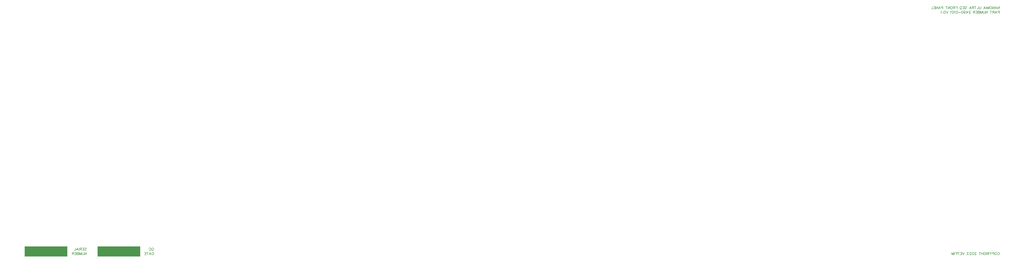
<source format=gbo>
G04 Layer: BottomSilkscreenLayer*
G04 EasyEDA v6.5.34, 2023-08-09 00:33:26*
G04 12fa73737f744ef48033c24246624f9a,5a6b42c53f6a479593ecc07194224c93,10*
G04 Gerber Generator version 0.2*
G04 Scale: 100 percent, Rotated: No, Reflected: No *
G04 Dimensions in millimeters *
G04 leading zeros omitted , absolute positions ,4 integer and 5 decimal *
%FSLAX45Y45*%
%MOMM*%

%ADD10C,0.1524*%
%ADD11C,0.2032*%

%LPD*%
D10*
X2971637Y1120726D02*
G01*
X2982544Y1131636D01*
X2998909Y1137091D01*
X3020728Y1137091D01*
X3037090Y1131636D01*
X3048000Y1120726D01*
X3048000Y1109817D01*
X3042546Y1098908D01*
X3037090Y1093454D01*
X3026181Y1087998D01*
X2993453Y1077092D01*
X2982544Y1071636D01*
X2977090Y1066182D01*
X2971637Y1055273D01*
X2971637Y1038908D01*
X2982544Y1027998D01*
X2998909Y1022545D01*
X3020728Y1022545D01*
X3037090Y1027998D01*
X3048000Y1038908D01*
X2935635Y1137091D02*
G01*
X2935635Y1022545D01*
X2935635Y1137091D02*
G01*
X2864726Y1137091D01*
X2935635Y1082545D02*
G01*
X2892000Y1082545D01*
X2935635Y1022545D02*
G01*
X2864726Y1022545D01*
X2828726Y1137091D02*
G01*
X2828726Y1022545D01*
X2828726Y1137091D02*
G01*
X2779636Y1137091D01*
X2763273Y1131636D01*
X2757817Y1126182D01*
X2752364Y1115273D01*
X2752364Y1104364D01*
X2757817Y1093454D01*
X2763273Y1087998D01*
X2779636Y1082545D01*
X2828726Y1082545D01*
X2790545Y1082545D02*
G01*
X2752364Y1022545D01*
X2716364Y1137091D02*
G01*
X2716364Y1022545D01*
X2636728Y1137091D02*
G01*
X2680362Y1022545D01*
X2636728Y1137091D02*
G01*
X2593091Y1022545D01*
X2664000Y1060726D02*
G01*
X2609453Y1060726D01*
X2557091Y1137091D02*
G01*
X2557091Y1022545D01*
X2557091Y1022545D02*
G01*
X2491635Y1022545D01*
X3048000Y933891D02*
G01*
X3048000Y819345D01*
X3048000Y933891D02*
G01*
X2971637Y819345D01*
X2971637Y933891D02*
G01*
X2971637Y819345D01*
X2935635Y933891D02*
G01*
X2935635Y852073D01*
X2930182Y835708D01*
X2919272Y824798D01*
X2902910Y819345D01*
X2892000Y819345D01*
X2875635Y824798D01*
X2864726Y835708D01*
X2859272Y852073D01*
X2859272Y933891D01*
X2823273Y933891D02*
G01*
X2823273Y819345D01*
X2823273Y933891D02*
G01*
X2779636Y819345D01*
X2735999Y933891D02*
G01*
X2779636Y819345D01*
X2735999Y933891D02*
G01*
X2735999Y819345D01*
X2699999Y933891D02*
G01*
X2699999Y819345D01*
X2699999Y933891D02*
G01*
X2650909Y933891D01*
X2634546Y928436D01*
X2629090Y922982D01*
X2623637Y912073D01*
X2623637Y901164D01*
X2629090Y890254D01*
X2634546Y884798D01*
X2650909Y879345D01*
X2699999Y879345D02*
G01*
X2650909Y879345D01*
X2634546Y873892D01*
X2629090Y868436D01*
X2623637Y857526D01*
X2623637Y841164D01*
X2629090Y830254D01*
X2634546Y824798D01*
X2650909Y819345D01*
X2699999Y819345D01*
X2587635Y933891D02*
G01*
X2587635Y819345D01*
X2587635Y933891D02*
G01*
X2516728Y933891D01*
X2587635Y879345D02*
G01*
X2544000Y879345D01*
X2587635Y819345D02*
G01*
X2516728Y819345D01*
X2480726Y933891D02*
G01*
X2480726Y819345D01*
X2480726Y933891D02*
G01*
X2431635Y933891D01*
X2415273Y928436D01*
X2409817Y922982D01*
X2404363Y912073D01*
X2404363Y901164D01*
X2409817Y890254D01*
X2415273Y884798D01*
X2431635Y879345D01*
X2480726Y879345D01*
X2442545Y879345D02*
G01*
X2404363Y819345D01*
X6096000Y933891D02*
G01*
X6096000Y819345D01*
X6096000Y933891D02*
G01*
X6057818Y933891D01*
X6041453Y928436D01*
X6030544Y917526D01*
X6025090Y906617D01*
X6019637Y890254D01*
X6019637Y862982D01*
X6025090Y846617D01*
X6030544Y835708D01*
X6041453Y824798D01*
X6057818Y819345D01*
X6096000Y819345D01*
X5940000Y933891D02*
G01*
X5983635Y819345D01*
X5940000Y933891D02*
G01*
X5896363Y819345D01*
X5967272Y857526D02*
G01*
X5912726Y857526D01*
X5822182Y933891D02*
G01*
X5822182Y819345D01*
X5860364Y933891D02*
G01*
X5783999Y933891D01*
X5747999Y933891D02*
G01*
X5747999Y819345D01*
X5747999Y933891D02*
G01*
X5677090Y933891D01*
X5747999Y879345D02*
G01*
X5704362Y879345D01*
X5747999Y819345D02*
G01*
X5677090Y819345D01*
X6063272Y1137091D02*
G01*
X6074181Y1131636D01*
X6085090Y1120726D01*
X6090546Y1109817D01*
X6096000Y1093454D01*
X6096000Y1066182D01*
X6090546Y1049817D01*
X6085090Y1038908D01*
X6074181Y1027998D01*
X6063272Y1022545D01*
X6041453Y1022545D01*
X6030544Y1027998D01*
X6019637Y1038908D01*
X6014181Y1049817D01*
X6008728Y1066182D01*
X6008728Y1093454D01*
X6014181Y1109817D01*
X6019637Y1120726D01*
X6030544Y1131636D01*
X6041453Y1137091D01*
X6063272Y1137091D01*
X6046909Y1044364D02*
G01*
X6014181Y1011636D01*
X5890910Y1109817D02*
G01*
X5896363Y1120726D01*
X5907272Y1131636D01*
X5918182Y1137091D01*
X5940000Y1137091D01*
X5950910Y1131636D01*
X5961819Y1120726D01*
X5967272Y1109817D01*
X5972726Y1093454D01*
X5972726Y1066182D01*
X5967272Y1049817D01*
X5961819Y1038908D01*
X5950910Y1027998D01*
X5940000Y1022545D01*
X5918182Y1022545D01*
X5907272Y1027998D01*
X5896363Y1038908D01*
X5890910Y1049817D01*
D11*
X44317226Y906617D02*
G01*
X44322682Y917526D01*
X44333591Y928436D01*
X44344498Y933889D01*
X44366317Y933889D01*
X44377226Y928436D01*
X44388135Y917526D01*
X44393591Y906617D01*
X44399045Y890254D01*
X44399045Y862982D01*
X44393591Y846617D01*
X44388135Y835708D01*
X44377226Y824798D01*
X44366317Y819345D01*
X44344498Y819345D01*
X44333591Y824798D01*
X44322682Y835708D01*
X44317226Y846617D01*
X44248499Y933889D02*
G01*
X44259408Y928436D01*
X44270317Y917526D01*
X44275773Y906617D01*
X44281227Y890254D01*
X44281227Y862982D01*
X44275773Y846617D01*
X44270317Y835708D01*
X44259408Y824798D01*
X44248499Y819345D01*
X44226680Y819345D01*
X44215773Y824798D01*
X44204864Y835708D01*
X44199408Y846617D01*
X44193955Y862982D01*
X44193955Y890254D01*
X44199408Y906617D01*
X44204864Y917526D01*
X44215773Y928436D01*
X44226680Y933889D01*
X44248499Y933889D01*
X44157955Y933889D02*
G01*
X44157955Y819345D01*
X44157955Y933889D02*
G01*
X44108862Y933889D01*
X44092500Y928436D01*
X44087046Y922982D01*
X44081590Y912073D01*
X44081590Y895708D01*
X44087046Y884798D01*
X44092500Y879345D01*
X44108862Y873889D01*
X44157955Y873889D01*
X44045591Y933889D02*
G01*
X44001954Y879345D01*
X44001954Y819345D01*
X43958319Y933889D02*
G01*
X44001954Y879345D01*
X43922317Y933889D02*
G01*
X43922317Y819345D01*
X43922317Y933889D02*
G01*
X43873226Y933889D01*
X43856864Y928436D01*
X43851410Y922982D01*
X43845954Y912073D01*
X43845954Y901164D01*
X43851410Y890254D01*
X43856864Y884798D01*
X43873226Y879345D01*
X43922317Y879345D01*
X43884136Y879345D02*
G01*
X43845954Y819345D01*
X43809955Y933889D02*
G01*
X43809955Y819345D01*
X43692137Y906617D02*
G01*
X43697591Y917526D01*
X43708500Y928436D01*
X43719409Y933889D01*
X43741228Y933889D01*
X43752137Y928436D01*
X43763046Y917526D01*
X43768500Y906617D01*
X43773956Y890254D01*
X43773956Y862982D01*
X43768500Y846617D01*
X43763046Y835708D01*
X43752137Y824798D01*
X43741228Y819345D01*
X43719409Y819345D01*
X43708500Y824798D01*
X43697591Y835708D01*
X43692137Y846617D01*
X43692137Y862982D01*
X43719409Y862982D02*
G01*
X43692137Y862982D01*
X43656138Y933889D02*
G01*
X43656138Y819345D01*
X43579773Y933889D02*
G01*
X43579773Y819345D01*
X43656138Y879345D02*
G01*
X43579773Y879345D01*
X43505592Y933889D02*
G01*
X43505592Y819345D01*
X43543773Y933889D02*
G01*
X43467411Y933889D01*
X43341955Y906617D02*
G01*
X43341955Y912073D01*
X43336502Y922982D01*
X43331046Y928436D01*
X43320136Y933889D01*
X43298320Y933889D01*
X43287411Y928436D01*
X43281955Y922982D01*
X43276502Y912073D01*
X43276502Y901164D01*
X43281955Y890254D01*
X43292864Y873889D01*
X43347411Y819345D01*
X43271046Y819345D01*
X43202318Y933889D02*
G01*
X43218684Y928436D01*
X43229593Y912073D01*
X43235046Y884798D01*
X43235046Y868436D01*
X43229593Y841164D01*
X43218684Y824798D01*
X43202318Y819345D01*
X43191412Y819345D01*
X43175047Y824798D01*
X43164137Y841164D01*
X43158684Y868436D01*
X43158684Y884798D01*
X43164137Y912073D01*
X43175047Y928436D01*
X43191412Y933889D01*
X43202318Y933889D01*
X43117228Y906617D02*
G01*
X43117228Y912073D01*
X43111775Y922982D01*
X43106319Y928436D01*
X43095410Y933889D01*
X43073594Y933889D01*
X43062685Y928436D01*
X43057229Y922982D01*
X43051775Y912073D01*
X43051775Y901164D01*
X43057229Y890254D01*
X43068138Y873889D01*
X43122684Y819345D01*
X43046319Y819345D01*
X42999411Y933889D02*
G01*
X42939411Y933889D01*
X42972139Y890254D01*
X42955776Y890254D01*
X42944867Y884798D01*
X42939411Y879345D01*
X42933957Y862982D01*
X42933957Y852073D01*
X42939411Y835708D01*
X42950320Y824798D01*
X42966683Y819345D01*
X42983048Y819345D01*
X42999411Y824798D01*
X43004866Y830254D01*
X43010320Y841164D01*
X42813958Y933889D02*
G01*
X42770320Y819345D01*
X42726683Y933889D02*
G01*
X42770320Y819345D01*
X42690684Y933889D02*
G01*
X42690684Y819345D01*
X42690684Y933889D02*
G01*
X42619775Y933889D01*
X42690684Y879345D02*
G01*
X42647049Y879345D01*
X42690684Y819345D02*
G01*
X42619775Y819345D01*
X42507413Y933889D02*
G01*
X42561957Y819345D01*
X42583775Y933889D02*
G01*
X42507413Y933889D01*
X42471413Y933889D02*
G01*
X42471413Y819345D01*
X42471413Y933889D02*
G01*
X42400504Y933889D01*
X42471413Y879345D02*
G01*
X42427776Y879345D01*
X42364502Y933889D02*
G01*
X42364502Y819345D01*
X42328503Y933889D02*
G01*
X42328503Y819345D01*
X42328503Y933889D02*
G01*
X42284868Y819345D01*
X42241231Y933889D02*
G01*
X42284868Y819345D01*
X42241231Y933889D02*
G01*
X42241231Y819345D01*
X44399047Y11906689D02*
G01*
X44399047Y11792145D01*
X44399047Y11906689D02*
G01*
X44349957Y11906689D01*
X44333594Y11901236D01*
X44328138Y11895782D01*
X44322685Y11884873D01*
X44322685Y11868508D01*
X44328138Y11857599D01*
X44333594Y11852145D01*
X44349957Y11846689D01*
X44399047Y11846689D01*
X44243047Y11906689D02*
G01*
X44286683Y11792145D01*
X44243047Y11906689D02*
G01*
X44199411Y11792145D01*
X44270320Y11830326D02*
G01*
X44215776Y11830326D01*
X44163411Y11906689D02*
G01*
X44163411Y11792145D01*
X44163411Y11906689D02*
G01*
X44114321Y11906689D01*
X44097958Y11901236D01*
X44092502Y11895782D01*
X44087049Y11884873D01*
X44087049Y11873964D01*
X44092502Y11863054D01*
X44097958Y11857599D01*
X44114321Y11852145D01*
X44163411Y11852145D01*
X44125230Y11852145D02*
G01*
X44087049Y11792145D01*
X44012866Y11906689D02*
G01*
X44012866Y11792145D01*
X44051048Y11906689D02*
G01*
X43974684Y11906689D01*
X43854684Y11906689D02*
G01*
X43854684Y11792145D01*
X43854684Y11906689D02*
G01*
X43778322Y11792145D01*
X43778322Y11906689D02*
G01*
X43778322Y11792145D01*
X43742320Y11906689D02*
G01*
X43742320Y11824873D01*
X43736867Y11808508D01*
X43725957Y11797599D01*
X43709595Y11792145D01*
X43698685Y11792145D01*
X43682320Y11797599D01*
X43671413Y11808508D01*
X43665957Y11824873D01*
X43665957Y11906689D01*
X43629958Y11906689D02*
G01*
X43629958Y11792145D01*
X43629958Y11906689D02*
G01*
X43586321Y11792145D01*
X43542686Y11906689D02*
G01*
X43586321Y11792145D01*
X43542686Y11906689D02*
G01*
X43542686Y11792145D01*
X43506684Y11906689D02*
G01*
X43506684Y11792145D01*
X43506684Y11906689D02*
G01*
X43457594Y11906689D01*
X43441231Y11901236D01*
X43435777Y11895782D01*
X43430322Y11884873D01*
X43430322Y11873964D01*
X43435777Y11863054D01*
X43441231Y11857599D01*
X43457594Y11852145D01*
X43506684Y11852145D02*
G01*
X43457594Y11852145D01*
X43441231Y11846689D01*
X43435777Y11841236D01*
X43430322Y11830326D01*
X43430322Y11813964D01*
X43435777Y11803054D01*
X43441231Y11797599D01*
X43457594Y11792145D01*
X43506684Y11792145D01*
X43394322Y11906689D02*
G01*
X43394322Y11792145D01*
X43394322Y11906689D02*
G01*
X43323413Y11906689D01*
X43394322Y11852145D02*
G01*
X43350685Y11852145D01*
X43394322Y11792145D02*
G01*
X43323413Y11792145D01*
X43287414Y11906689D02*
G01*
X43287414Y11792145D01*
X43287414Y11906689D02*
G01*
X43238323Y11906689D01*
X43221958Y11901236D01*
X43216504Y11895782D01*
X43211048Y11884873D01*
X43211048Y11873964D01*
X43216504Y11863054D01*
X43221958Y11857599D01*
X43238323Y11852145D01*
X43287414Y11852145D01*
X43249232Y11852145D02*
G01*
X43211048Y11792145D01*
X43085595Y11879417D02*
G01*
X43085595Y11884873D01*
X43080139Y11895782D01*
X43074686Y11901236D01*
X43063777Y11906689D01*
X43041958Y11906689D01*
X43031049Y11901236D01*
X43025595Y11895782D01*
X43020140Y11884873D01*
X43020140Y11873964D01*
X43025595Y11863054D01*
X43036505Y11846689D01*
X43091049Y11792145D01*
X43014686Y11792145D01*
X42924140Y11906689D02*
G01*
X42978687Y11830326D01*
X42896868Y11830326D01*
X42924140Y11906689D02*
G01*
X42924140Y11792145D01*
X42789960Y11868508D02*
G01*
X42795413Y11852145D01*
X42806322Y11841236D01*
X42822688Y11835782D01*
X42828141Y11835782D01*
X42844504Y11841236D01*
X42855413Y11852145D01*
X42860869Y11868508D01*
X42860869Y11873964D01*
X42855413Y11890326D01*
X42844504Y11901236D01*
X42828141Y11906689D01*
X42822688Y11906689D01*
X42806322Y11901236D01*
X42795413Y11890326D01*
X42789960Y11868508D01*
X42789960Y11841236D01*
X42795413Y11813964D01*
X42806322Y11797599D01*
X42822688Y11792145D01*
X42833597Y11792145D01*
X42849960Y11797599D01*
X42855413Y11808508D01*
X42721232Y11906689D02*
G01*
X42737595Y11901236D01*
X42748504Y11884873D01*
X42753960Y11857599D01*
X42753960Y11841236D01*
X42748504Y11813964D01*
X42737595Y11797599D01*
X42721232Y11792145D01*
X42710323Y11792145D01*
X42693960Y11797599D01*
X42683051Y11813964D01*
X42677595Y11841236D01*
X42677595Y11857599D01*
X42683051Y11884873D01*
X42693960Y11901236D01*
X42710323Y11906689D01*
X42721232Y11906689D01*
X42641596Y11841236D02*
G01*
X42543415Y11841236D01*
X42474687Y11906689D02*
G01*
X42491050Y11901236D01*
X42501959Y11884873D01*
X42507415Y11857599D01*
X42507415Y11841236D01*
X42501959Y11813964D01*
X42491050Y11797599D01*
X42474687Y11792145D01*
X42463778Y11792145D01*
X42447415Y11797599D01*
X42436506Y11813964D01*
X42431050Y11841236D01*
X42431050Y11857599D01*
X42436506Y11884873D01*
X42447415Y11901236D01*
X42463778Y11906689D01*
X42474687Y11906689D01*
X42395051Y11884873D02*
G01*
X42384141Y11890326D01*
X42367779Y11906689D01*
X42367779Y11792145D01*
X42299051Y11906689D02*
G01*
X42315414Y11901236D01*
X42326323Y11884873D01*
X42331779Y11857599D01*
X42331779Y11841236D01*
X42326323Y11813964D01*
X42315414Y11797599D01*
X42299051Y11792145D01*
X42288142Y11792145D01*
X42271779Y11797599D01*
X42260870Y11813964D01*
X42255414Y11841236D01*
X42255414Y11857599D01*
X42260870Y11884873D01*
X42271779Y11901236D01*
X42288142Y11906689D01*
X42299051Y11906689D01*
X42219415Y11884873D02*
G01*
X42208505Y11890326D01*
X42192143Y11906689D01*
X42192143Y11792145D01*
X42072143Y11906689D02*
G01*
X42028506Y11792145D01*
X41984871Y11906689D02*
G01*
X42028506Y11792145D01*
X41916144Y11906689D02*
G01*
X41932506Y11901236D01*
X41943416Y11884873D01*
X41948869Y11857599D01*
X41948869Y11841236D01*
X41943416Y11813964D01*
X41932506Y11797599D01*
X41916144Y11792145D01*
X41905234Y11792145D01*
X41888869Y11797599D01*
X41877962Y11813964D01*
X41872507Y11841236D01*
X41872507Y11857599D01*
X41877962Y11884873D01*
X41888869Y11901236D01*
X41905234Y11906689D01*
X41916144Y11906689D01*
X41831051Y11819417D02*
G01*
X41836507Y11813964D01*
X41831051Y11808508D01*
X41825598Y11813964D01*
X41831051Y11819417D01*
X41789598Y11884873D02*
G01*
X41778689Y11890326D01*
X41762324Y11906689D01*
X41762324Y11792145D01*
X44399047Y12109889D02*
G01*
X44399047Y11995345D01*
X44399047Y12109889D02*
G01*
X44322685Y11995345D01*
X44322685Y12109889D02*
G01*
X44322685Y11995345D01*
X44243047Y12109889D02*
G01*
X44286683Y11995345D01*
X44243047Y12109889D02*
G01*
X44199411Y11995345D01*
X44270320Y12033526D02*
G01*
X44215776Y12033526D01*
X44163411Y12109889D02*
G01*
X44163411Y11995345D01*
X44163411Y12109889D02*
G01*
X44087049Y11995345D01*
X44087049Y12109889D02*
G01*
X44087049Y11995345D01*
X44018321Y12109889D02*
G01*
X44029231Y12104436D01*
X44040137Y12093526D01*
X44045593Y12082617D01*
X44051048Y12066254D01*
X44051048Y12038982D01*
X44045593Y12022617D01*
X44040137Y12011708D01*
X44029231Y12000799D01*
X44018321Y11995345D01*
X43996503Y11995345D01*
X43985594Y12000799D01*
X43974684Y12011708D01*
X43969231Y12022617D01*
X43963775Y12038982D01*
X43963775Y12066254D01*
X43969231Y12082617D01*
X43974684Y12093526D01*
X43985594Y12104436D01*
X43996503Y12109889D01*
X44018321Y12109889D01*
X43927775Y12109889D02*
G01*
X43927775Y11995345D01*
X43927775Y12109889D02*
G01*
X43884138Y11995345D01*
X43840504Y12109889D02*
G01*
X43884138Y11995345D01*
X43840504Y12109889D02*
G01*
X43840504Y11995345D01*
X43804502Y12109889D02*
G01*
X43804502Y11995345D01*
X43724868Y12109889D02*
G01*
X43768502Y11995345D01*
X43724868Y12109889D02*
G01*
X43681230Y11995345D01*
X43752140Y12033526D02*
G01*
X43697593Y12033526D01*
X43561231Y12109889D02*
G01*
X43561231Y12028073D01*
X43555777Y12011708D01*
X43544868Y12000799D01*
X43528503Y11995345D01*
X43517593Y11995345D01*
X43501231Y12000799D01*
X43490321Y12011708D01*
X43484868Y12028073D01*
X43484868Y12109889D01*
X43448866Y12109889D02*
G01*
X43448866Y11995345D01*
X43448866Y11995345D02*
G01*
X43383413Y11995345D01*
X43309232Y12109889D02*
G01*
X43309232Y11995345D01*
X43347413Y12109889D02*
G01*
X43271049Y12109889D01*
X43235049Y12109889D02*
G01*
X43235049Y11995345D01*
X43235049Y12109889D02*
G01*
X43185958Y12109889D01*
X43169596Y12104436D01*
X43164140Y12098982D01*
X43158686Y12088073D01*
X43158686Y12077164D01*
X43164140Y12066254D01*
X43169596Y12060799D01*
X43185958Y12055345D01*
X43235049Y12055345D01*
X43196868Y12055345D02*
G01*
X43158686Y11995345D01*
X43079050Y12109889D02*
G01*
X43122687Y11995345D01*
X43079050Y12109889D02*
G01*
X43035413Y11995345D01*
X43106322Y12033526D02*
G01*
X43051778Y12033526D01*
X42839050Y12093526D02*
G01*
X42849960Y12104436D01*
X42866322Y12109889D01*
X42888141Y12109889D01*
X42904503Y12104436D01*
X42915413Y12093526D01*
X42915413Y12082617D01*
X42909959Y12071708D01*
X42904503Y12066254D01*
X42893597Y12060799D01*
X42860869Y12049889D01*
X42849960Y12044436D01*
X42844504Y12038982D01*
X42839050Y12028073D01*
X42839050Y12011708D01*
X42849960Y12000799D01*
X42866322Y11995345D01*
X42888141Y11995345D01*
X42904503Y12000799D01*
X42915413Y12011708D01*
X42803051Y12109889D02*
G01*
X42803051Y11995345D01*
X42803051Y12109889D02*
G01*
X42732142Y12109889D01*
X42803051Y12055345D02*
G01*
X42759414Y12055345D01*
X42803051Y11995345D02*
G01*
X42732142Y11995345D01*
X42663414Y12109889D02*
G01*
X42674324Y12104436D01*
X42685233Y12093526D01*
X42690686Y12082617D01*
X42696142Y12066254D01*
X42696142Y12038982D01*
X42690686Y12022617D01*
X42685233Y12011708D01*
X42674324Y12000799D01*
X42663414Y11995345D01*
X42641596Y11995345D01*
X42630686Y12000799D01*
X42619777Y12011708D01*
X42614324Y12022617D01*
X42608868Y12038982D01*
X42608868Y12066254D01*
X42614324Y12082617D01*
X42619777Y12093526D01*
X42630686Y12104436D01*
X42641596Y12109889D01*
X42663414Y12109889D01*
X42647052Y12017164D02*
G01*
X42614324Y11984436D01*
X42488868Y12109889D02*
G01*
X42488868Y11995345D01*
X42488868Y12109889D02*
G01*
X42417961Y12109889D01*
X42488868Y12055345D02*
G01*
X42445233Y12055345D01*
X42381959Y12109889D02*
G01*
X42381959Y11995345D01*
X42381959Y12109889D02*
G01*
X42332869Y12109889D01*
X42316506Y12104436D01*
X42311050Y12098982D01*
X42305597Y12088073D01*
X42305597Y12077164D01*
X42311050Y12066254D01*
X42316506Y12060799D01*
X42332869Y12055345D01*
X42381959Y12055345D01*
X42343778Y12055345D02*
G01*
X42305597Y11995345D01*
X42236870Y12109889D02*
G01*
X42247779Y12104436D01*
X42258688Y12093526D01*
X42264142Y12082617D01*
X42269597Y12066254D01*
X42269597Y12038982D01*
X42264142Y12022617D01*
X42258688Y12011708D01*
X42247779Y12000799D01*
X42236870Y11995345D01*
X42215051Y11995345D01*
X42204142Y12000799D01*
X42193232Y12011708D01*
X42187779Y12022617D01*
X42182323Y12038982D01*
X42182323Y12066254D01*
X42187779Y12082617D01*
X42193232Y12093526D01*
X42204142Y12104436D01*
X42215051Y12109889D01*
X42236870Y12109889D01*
X42146324Y12109889D02*
G01*
X42146324Y11995345D01*
X42146324Y12109889D02*
G01*
X42069961Y11995345D01*
X42069961Y12109889D02*
G01*
X42069961Y11995345D01*
X41995780Y12109889D02*
G01*
X41995780Y11995345D01*
X42033962Y12109889D02*
G01*
X41957597Y12109889D01*
X41837597Y12109889D02*
G01*
X41837597Y11995345D01*
X41837597Y12109889D02*
G01*
X41788506Y12109889D01*
X41772144Y12104436D01*
X41766688Y12098982D01*
X41761234Y12088073D01*
X41761234Y12071708D01*
X41766688Y12060799D01*
X41772144Y12055345D01*
X41788506Y12049889D01*
X41837597Y12049889D01*
X41681598Y12109889D02*
G01*
X41725235Y11995345D01*
X41681598Y12109889D02*
G01*
X41637963Y11995345D01*
X41708870Y12033526D02*
G01*
X41654326Y12033526D01*
X41601961Y12109889D02*
G01*
X41601961Y11995345D01*
X41601961Y12109889D02*
G01*
X41525598Y11995345D01*
X41525598Y12109889D02*
G01*
X41525598Y11995345D01*
X41489599Y12109889D02*
G01*
X41489599Y11995345D01*
X41489599Y12109889D02*
G01*
X41418690Y12109889D01*
X41489599Y12055345D02*
G01*
X41445962Y12055345D01*
X41489599Y11995345D02*
G01*
X41418690Y11995345D01*
X41382690Y12109889D02*
G01*
X41382690Y11995345D01*
X41382690Y11995345D02*
G01*
X41317235Y11995345D01*
G36*
X254000Y1206500D02*
G01*
X2190750Y1206500D01*
X2190750Y744601D01*
X254000Y744601D01*
G37*
G36*
X3556000Y1206500D02*
G01*
X5492750Y1206500D01*
X5492750Y744601D01*
X3556000Y744601D01*
G37*
M02*

</source>
